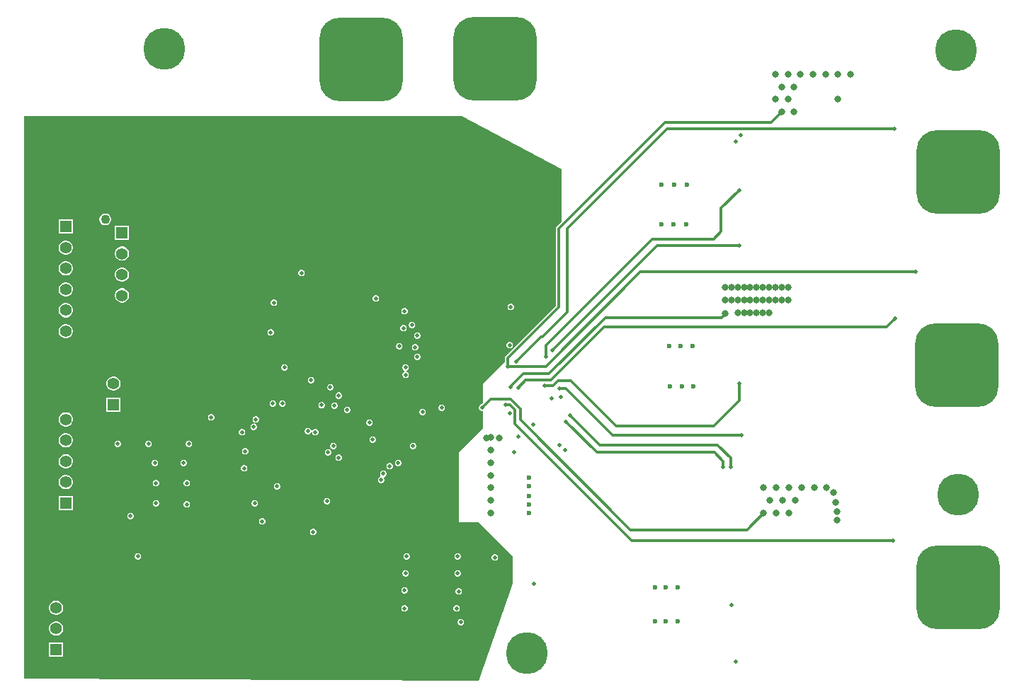
<source format=gbr>
%FSTAX23Y23*%
%MOIN*%
%SFA1B1*%

%IPPOS*%
%AMD100*
4,1,8,0.098400,0.196800,-0.098400,0.196800,-0.196800,0.098400,-0.196800,-0.098400,-0.098400,-0.196800,0.098400,-0.196800,0.196800,-0.098400,0.196800,0.098400,0.098400,0.196800,0.0*
1,1,0.196860,0.098400,0.098400*
1,1,0.196860,-0.098400,0.098400*
1,1,0.196860,-0.098400,-0.098400*
1,1,0.196860,0.098400,-0.098400*
%
%AMD101*
4,1,8,-0.196800,0.098400,-0.196800,-0.098400,-0.098400,-0.196800,0.098400,-0.196800,0.196800,-0.098400,0.196800,0.098400,0.098400,0.196800,-0.098400,0.196800,-0.196800,0.098400,0.0*
1,1,0.196860,-0.098400,0.098400*
1,1,0.196860,-0.098400,-0.098400*
1,1,0.196860,0.098400,-0.098400*
1,1,0.196860,0.098400,0.098400*
%
%ADD91R,0.055120X0.055120*%
%ADD92C,0.055120*%
%ADD93C,0.043310*%
%ADD98C,0.011810*%
%ADD99C,0.196850*%
G04~CAMADD=100~8~0.0~0.0~3937.0~3937.0~984.3~0.0~15~0.0~0.0~0.0~0.0~0~0.0~0.0~0.0~0.0~0~0.0~0.0~0.0~0.0~3937.0~3937.0*
%ADD100D100*%
G04~CAMADD=101~8~0.0~0.0~3937.0~3937.0~984.3~0.0~15~0.0~0.0~0.0~0.0~0~0.0~0.0~0.0~0.0~0~0.0~0.0~0.0~90.0~3936.0~3936.0*
%ADD101D101*%
%ADD102C,0.019680*%
%ADD103C,0.023620*%
%ADD104C,0.031500*%
%LNpcb_copper_signal_1-1*%
%LPD*%
G36*
X05702Y0317D02*
X05701Y03169D01*
X05699Y03169*
X05698Y03168*
X05697Y03168*
X05695Y03167*
X05694Y03167*
X05693Y03166*
X05692Y03165*
X05691Y03164*
X0569Y03163*
X0568Y0317*
X05681Y03171*
X05682Y03172*
X05682Y03173*
X05683Y03174*
X05684Y03176*
X05684Y03177*
X05684Y03178*
X05684Y0318*
X05684Y03181*
X05684Y03182*
X05702Y0317*
G37*
G36*
X04898Y03015D02*
X04898Y03014D01*
X04895Y03012*
X04895Y03011*
X04895Y03011*
X04895Y0301*
X04894Y0301*
X04894Y0301*
X04885Y03019*
X04885Y03019*
X04885Y0302*
X04886Y0302*
X04886Y0302*
X04887Y0302*
X04888Y03021*
X04889Y03023*
X0489Y03023*
X04898Y03015*
G37*
G36*
X0486Y02992D02*
X04861Y02989D01*
X04861Y02988*
X04861Y02988*
X04861Y02987*
X04861Y02987*
X04861Y02987*
X04848*
X04848Y02987*
X04848Y02987*
X04848Y02988*
X04848Y02988*
X04848Y02989*
X04849Y0299*
X04849Y02992*
X04849Y02993*
X0486*
X0486Y02992*
G37*
G36*
X04857Y02851D02*
X04857Y02851D01*
X04858Y02851*
X04858Y02851*
X04859Y02851*
X0486Y0285*
X04862Y0285*
X04863Y0285*
Y02839*
X04862Y02839*
X04859Y02838*
X04858Y02838*
X04858Y02838*
X04857Y02838*
X04857Y02838*
X04857Y02838*
Y02851*
X04857Y02851*
G37*
G36*
X04927Y02836D02*
X04927Y02836D01*
X04928Y02836*
X04928Y02836*
X04929Y02836*
X0493Y02835*
X04932Y02835*
X04933Y02835*
Y02824*
X04932Y02824*
X04929Y02823*
X04928Y02823*
X04928Y02823*
X04927Y02823*
X04927Y02823*
X04927Y02823*
Y02836*
X04927Y02836*
G37*
G36*
X04568Y02745D02*
X04568Y02744D01*
X04565Y02742*
X04565Y02741*
X04565Y02741*
X04565Y0274*
X04564Y0274*
X04564Y0274*
X04555Y02749*
X04555Y02749*
X04555Y0275*
X04556Y0275*
X04556Y0275*
X04557Y0275*
X04558Y02751*
X04559Y02753*
X0456Y02753*
X04568Y02745*
G37*
G36*
X04979Y02704D02*
X04979Y02703D01*
X0498Y02703*
X0498Y02702*
X0498Y02702*
X04981Y02701*
X04982Y027*
X04983Y02698*
X04974Y02691*
X04974Y02691*
X0497Y02694*
X0497Y02694*
X0497Y02694*
X04969Y02695*
X04969Y02695*
X04979Y02704*
X04979Y02704*
G37*
G36*
X04958Y02675D02*
X04958Y02675D01*
X04958Y02674*
X04958Y02674*
X04959Y02673*
X0496Y02672*
X04962Y0267*
X04954Y02661*
X04953Y02662*
X0495Y02664*
X0495Y02664*
X04949Y02665*
X04949Y02665*
X04949Y02665*
X04948Y02665*
X04958Y02675*
X04958Y02675*
G37*
G36*
X05695Y02472D02*
X05696Y02469D01*
X05696Y02468*
X05696Y02468*
X05696Y02467*
X05696Y02467*
X05696Y02467*
X05683*
X05683Y02467*
X05683Y02467*
X05683Y02468*
X05683Y02468*
X05683Y02469*
X05684Y0247*
X05684Y02472*
X05684Y02473*
X05695*
X05695Y02472*
G37*
G36*
X0493Y03865D02*
Y03617D01*
X04906Y03593*
X04903Y03589*
X04902Y03585*
Y03219*
X04666Y02983*
X04663Y02979*
X04662Y02975*
Y02957*
X0456Y02855*
Y02762*
X04559Y02761*
X04559Y02761*
X04557Y02761*
X04557Y02761*
X04557*
X04556Y0276*
X04554Y02759*
X04554Y02758*
X04553Y02757*
X04552Y02757*
X04552Y02757*
X04551Y02756*
X04551Y02756*
X0455Y02756*
X04549Y02755*
X04549Y02755*
X04548Y02754*
X04548Y02754*
X04546Y02753*
X04541Y02748*
X04539Y02743*
Y02736*
X04541Y02731*
X04546Y02726*
X04551Y02724*
X04558*
X0456Y02723*
Y02645*
X04445Y0253*
Y022*
X0454*
X047Y0204*
Y0191*
X0454Y01455*
X024Y01465*
Y01565*
Y04115*
X04459*
X0493Y03865*
G37*
G36*
X05859Y02231D02*
X0586Y02232D01*
X05861Y02233*
X05862Y02234*
X05863Y02235*
X05863Y02237*
X05864Y02238*
X05864Y02239*
X05865Y02241*
X05865Y02242*
X05865Y02243*
X0588Y02228*
X05879Y02228*
X05878Y02228*
X05876Y02227*
X05875Y02227*
X05874Y02227*
X05872Y02226*
X05871Y02225*
X0587Y02224*
X05869Y02223*
X05868Y02222*
X05859Y02231*
G37*
G36*
X05731Y02473D02*
X05731Y02472D01*
X05731Y02469*
X05731Y02468*
X05731Y02468*
X05731Y02467*
X05732Y02467*
X05732Y02467*
X05718*
X05718Y02467*
X05718Y02467*
X05719Y02468*
X05719Y02468*
X05719Y02469*
X05719Y0247*
X05719Y02472*
X05719Y02473*
X05731*
G37*
G36*
X06476Y0212D02*
X06477Y0212D01*
X0648Y02121*
X06481Y02121*
X06481Y02121*
X06482Y02121*
X06482Y02121*
X06482Y02121*
Y02108*
X06482Y02108*
X06482Y02108*
X06481Y02108*
X06481Y02108*
X0648Y02108*
X06479Y02109*
X06477Y02109*
X06476Y02109*
Y0212*
G37*
G36*
X05761Y02615D02*
X05762Y02615D01*
X05765Y02616*
X05766Y02616*
X05766Y02616*
X05767Y02616*
X05767Y02616*
X05767Y02616*
Y02603*
X05767Y02603*
X05767Y02603*
X05766Y02603*
X05766Y02603*
X05765Y02603*
X05764Y02604*
X05762Y02604*
X05761Y02604*
Y02615*
G37*
G36*
X05759Y02841D02*
X05759Y02842D01*
X05758Y02845*
X05758Y02846*
X05758Y02846*
X05758Y02847*
X05758Y02847*
X05758Y02847*
X05771*
X05771Y02847*
X05771Y02847*
X05771Y02846*
X05771Y02846*
X05771Y02845*
X0577Y02844*
X0577Y02842*
X0577Y02841*
X05759*
G37*
G36*
X06486Y03154D02*
X06486Y03155D01*
X06489Y03157*
X06489Y03158*
X06489Y03158*
X0649Y03159*
X0649Y03159*
X0649Y03159*
X06499Y0315*
X06499Y0315*
X06499Y0315*
X06498Y03149*
X06498Y03149*
X06497Y03149*
X06496Y03148*
X06495Y03146*
X06494Y03146*
X06486Y03154*
G37*
G36*
X05751Y0351D02*
X05752Y0351D01*
X05755Y03511*
X05756Y03511*
X05756Y03511*
X05757Y03511*
X05757Y03511*
X05757Y03511*
Y03498*
X05757Y03498*
X05757Y03498*
X05756Y03498*
X05756Y03498*
X05755Y03498*
X05754Y03499*
X05752Y03499*
X05751Y03499*
Y0351*
G37*
G36*
X05751Y03759D02*
X05751Y0376D01*
X05754Y03762*
X05754Y03763*
X05754Y03763*
X05755Y03764*
X05755Y03764*
X05755Y03764*
X05764Y03755*
X05764Y03755*
X05764Y03755*
X05763Y03754*
X05763Y03754*
X05762Y03754*
X05761Y03753*
X0576Y03751*
X05759Y03751*
X05751Y03759*
G37*
G36*
X05943Y04121D02*
X05944Y04122D01*
X05945Y04123*
X05946Y04124*
X05946Y04125*
X05947Y04126*
X05947Y04128*
X05948Y04129*
X05948Y0413*
X05948Y04132*
X05948Y04133*
X05964Y04118*
X05962Y04118*
X05961Y04117*
X0596Y04117*
X05958Y04117*
X05957Y04116*
X05956Y04116*
X05955Y04115*
X05954Y04114*
X05952Y04113*
X05951Y04112*
X05943Y04121*
G37*
G36*
X06581Y03385D02*
X06582Y03385D01*
X06585Y03386*
X06586Y03386*
X06586Y03386*
X06587Y03386*
X06587Y03386*
X06587Y03386*
Y03373*
X06587Y03373*
X06587Y03373*
X06586Y03373*
X06586Y03373*
X06585Y03373*
X06584Y03374*
X06582Y03374*
X06581Y03374*
Y03385*
G37*
G36*
X06481Y0406D02*
X06482Y0406D01*
X06485Y04061*
X06486Y04061*
X06486Y04061*
X06487Y04061*
X06487Y04061*
X06487Y04061*
Y04048*
X06487Y04048*
X06487Y04048*
X06486Y04048*
X06486Y04048*
X06485Y04048*
X06484Y04049*
X06482Y04049*
X06481Y04049*
Y0406*
G37*
%LNpcb_copper_signal_1-2*%
%LPC*%
G36*
X02784Y03654D02*
X02777D01*
X0277Y03652*
X02764Y03649*
X02759Y03644*
X02755Y03637*
X02753Y0363*
Y03623*
X02755Y03616*
X02759Y0361*
X02764Y03605*
X0277Y03601*
X02777Y03599*
X02784*
X02791Y03601*
X02798Y03605*
X02803Y0361*
X02806Y03616*
X02808Y03623*
Y0363*
X02806Y03637*
X02803Y03644*
X02798Y03649*
X02791Y03652*
X02784Y03654*
G37*
G36*
X02628Y03626D02*
X02561D01*
Y03559*
X02628*
Y03626*
G37*
G36*
X02893Y03597D02*
X02826D01*
Y0353*
X02893*
Y03597*
G37*
G36*
X02599Y03527D02*
X0259D01*
X02582Y03525*
X02574Y03521*
X02568Y03515*
X02563Y03507*
X02561Y03498*
Y0349*
X02563Y03481*
X02568Y03473*
X02574Y03467*
X02582Y03463*
X0259Y03461*
X02599*
X02607Y03463*
X02615Y03467*
X02621Y03473*
X02626Y03481*
X02628Y0349*
Y03498*
X02626Y03507*
X02621Y03515*
X02615Y03521*
X02607Y03525*
X02599Y03527*
G37*
G36*
X02864Y03499D02*
X02855D01*
X02847Y03496*
X02839Y03492*
X02833Y03486*
X02828Y03478*
X02826Y0347*
Y03461*
X02828Y03452*
X02833Y03445*
X02839Y03439*
X02847Y03434*
X02855Y03432*
X02864*
X02872Y03434*
X0288Y03439*
X02886Y03445*
X02891Y03452*
X02893Y03461*
Y0347*
X02891Y03478*
X02886Y03486*
X0288Y03492*
X02872Y03496*
X02864Y03499*
G37*
G36*
X02599Y03429D02*
X0259D01*
X02582Y03427*
X02574Y03422*
X02568Y03416*
X02563Y03409*
X02561Y034*
Y03391*
X02563Y03383*
X02568Y03375*
X02574Y03369*
X02582Y03364*
X0259Y03362*
X02599*
X02607Y03364*
X02615Y03369*
X02621Y03375*
X02626Y03383*
X02628Y03391*
Y034*
X02626Y03409*
X02621Y03416*
X02615Y03422*
X02607Y03427*
X02599Y03429*
G37*
G36*
X03708Y0339D02*
X03701D01*
X03696Y03388*
X03691Y03383*
X03689Y03378*
Y03371*
X03691Y03366*
X03696Y03361*
X03701Y03359*
X03708*
X03713Y03361*
X03718Y03366*
X0372Y03371*
Y03378*
X03718Y03383*
X03713Y03388*
X03708Y0339*
G37*
G36*
X02864Y034D02*
X02855D01*
X02847Y03398*
X02839Y03394*
X02833Y03387*
X02828Y0338*
X02826Y03371*
Y03362*
X02828Y03354*
X02833Y03346*
X02839Y0334*
X02847Y03336*
X02855Y03333*
X02864*
X02872Y03336*
X0288Y0334*
X02886Y03346*
X02891Y03354*
X02893Y03362*
Y03371*
X02891Y0338*
X02886Y03387*
X0288Y03394*
X02872Y03398*
X02864Y034*
G37*
G36*
X02599Y03331D02*
X0259D01*
X02582Y03328*
X02574Y03324*
X02568Y03318*
X02563Y0331*
X02561Y03302*
Y03293*
X02563Y03284*
X02568Y03277*
X02574Y0327*
X02582Y03266*
X0259Y03264*
X02599*
X02607Y03266*
X02615Y0327*
X02621Y03277*
X02626Y03284*
X02628Y03293*
Y03302*
X02626Y0331*
X02621Y03318*
X02615Y03324*
X02607Y03328*
X02599Y03331*
G37*
G36*
X04058Y0327D02*
X04051D01*
X04046Y03268*
X04041Y03263*
X04039Y03258*
Y03251*
X04041Y03246*
X04046Y03241*
X04051Y03239*
X04058*
X04063Y03241*
X04068Y03246*
X0407Y03251*
Y03258*
X04068Y03263*
X04063Y03268*
X04058Y0327*
G37*
G36*
X02864Y03302D02*
X02855D01*
X02847Y033*
X02839Y03295*
X02833Y03289*
X02828Y03281*
X02826Y03273*
Y03264*
X02828Y03256*
X02833Y03248*
X02839Y03242*
X02847Y03237*
X02855Y03235*
X02864*
X02872Y03237*
X0288Y03242*
X02886Y03248*
X02891Y03256*
X02893Y03264*
Y03273*
X02891Y03281*
X02886Y03289*
X0288Y03295*
X02872Y033*
X02864Y03302*
G37*
G36*
X03578Y0325D02*
X03571D01*
X03566Y03248*
X03561Y03243*
X03559Y03238*
Y03231*
X03561Y03226*
X03566Y03221*
X03571Y03219*
X03578*
X03583Y03221*
X03588Y03226*
X0359Y03231*
Y03238*
X03588Y03243*
X03583Y03248*
X03578Y0325*
G37*
G36*
X04693Y0323D02*
X04686D01*
X04681Y03228*
X04676Y03223*
X04674Y03218*
Y03211*
X04676Y03206*
X04681Y03201*
X04686Y03199*
X04693*
X04698Y03201*
X04703Y03206*
X04705Y03211*
Y03218*
X04703Y03223*
X04698Y03228*
X04693Y0323*
G37*
G36*
X04193Y0321D02*
X04186D01*
X04181Y03208*
X04176Y03203*
X04174Y03198*
Y03191*
X04176Y03186*
X04181Y03181*
X04186Y03179*
X04193*
X04198Y03181*
X04203Y03186*
X04205Y03191*
Y03198*
X04203Y03203*
X04198Y03208*
X04193Y0321*
G37*
G36*
X02599Y03232D02*
X0259D01*
X02582Y0323*
X02574Y03226*
X02568Y03219*
X02563Y03212*
X02561Y03203*
Y03194*
X02563Y03186*
X02568Y03178*
X02574Y03172*
X02582Y03168*
X0259Y03165*
X02599*
X02607Y03168*
X02615Y03172*
X02621Y03178*
X02626Y03186*
X02628Y03194*
Y03203*
X02626Y03212*
X02621Y03219*
X02615Y03226*
X02607Y0323*
X02599Y03232*
G37*
G36*
X04228Y03145D02*
X04221D01*
X04216Y03143*
X04211Y03138*
X04209Y03133*
Y03126*
X04211Y03121*
X04216Y03116*
X04221Y03114*
X04228*
X04233Y03116*
X04238Y03121*
X0424Y03126*
Y03133*
X04238Y03138*
X04233Y03143*
X04228Y03145*
G37*
G36*
X04188Y0313D02*
X04181D01*
X04176Y03128*
X04171Y03123*
X04169Y03118*
Y03111*
X04171Y03106*
X04176Y03101*
X04181Y03099*
X04188*
X04193Y03101*
X04198Y03106*
X042Y03111*
Y03118*
X04198Y03123*
X04193Y03128*
X04188Y0313*
G37*
G36*
X03563Y0311D02*
X03556D01*
X03551Y03108*
X03546Y03103*
X03544Y03098*
Y03091*
X03546Y03086*
X03551Y03081*
X03556Y03079*
X03563*
X03568Y03081*
X03573Y03086*
X03575Y03091*
Y03098*
X03573Y03103*
X03568Y03108*
X03563Y0311*
G37*
G36*
X02599Y03134D02*
X0259D01*
X02582Y03131*
X02574Y03127*
X02568Y03121*
X02563Y03113*
X02561Y03105*
Y03096*
X02563Y03087*
X02568Y0308*
X02574Y03074*
X02582Y03069*
X0259Y03067*
X02599*
X02607Y03069*
X02615Y03074*
X02621Y0308*
X02626Y03087*
X02628Y03096*
Y03105*
X02626Y03113*
X02621Y03121*
X02615Y03127*
X02607Y03131*
X02599Y03134*
G37*
G36*
X04253Y03095D02*
X04246D01*
X04241Y03093*
X04236Y03088*
X04234Y03083*
Y03076*
X04236Y03071*
X04241Y03066*
X04246Y03064*
X04253*
X04258Y03066*
X04263Y03071*
X04265Y03076*
Y03083*
X04263Y03088*
X04258Y03093*
X04253Y03095*
G37*
G36*
X04688Y0305D02*
X04681D01*
X04676Y03048*
X04671Y03043*
X04669Y03038*
Y03031*
X04671Y03026*
X04676Y03021*
X04681Y03019*
X04688*
X04693Y03021*
X04698Y03026*
X047Y03031*
Y03038*
X04698Y03043*
X04693Y03048*
X04688Y0305*
G37*
G36*
X04168Y03045D02*
X04161D01*
X04156Y03043*
X04151Y03038*
X04149Y03033*
Y03026*
X04151Y03021*
X04156Y03016*
X04161Y03014*
X04168*
X04173Y03016*
X04178Y03021*
X0418Y03026*
Y03033*
X04178Y03038*
X04173Y03043*
X04168Y03045*
G37*
G36*
X04243Y0304D02*
X04236D01*
X04231Y03038*
X04226Y03033*
X04224Y03028*
Y03021*
X04226Y03016*
X04231Y03011*
X04236Y03009*
X04243*
X04248Y03011*
X04253Y03016*
X04255Y03021*
Y03028*
X04253Y03033*
X04248Y03038*
X04243Y0304*
G37*
G36*
X04253Y02995D02*
X04246D01*
X04241Y02993*
X04236Y02988*
X04234Y02983*
Y02976*
X04236Y02971*
X04241Y02966*
X04246Y02964*
X04253*
X04258Y02966*
X04263Y02971*
X04265Y02976*
Y02983*
X04263Y02988*
X04258Y02993*
X04253Y02995*
G37*
G36*
X03628Y02945D02*
X03621D01*
X03616Y02943*
X03611Y02938*
X03609Y02933*
Y02926*
X03611Y02921*
X03616Y02916*
X03621Y02914*
X03628*
X03633Y02916*
X03638Y02921*
X0364Y02926*
Y02933*
X03638Y02938*
X03633Y02943*
X03628Y02945*
G37*
G36*
X04198D02*
X04191D01*
X04186Y02943*
X04181Y02938*
X04179Y02933*
Y02926*
X04181Y02921*
X04186Y02916*
X04189Y02915*
Y02909*
X04186Y02908*
X04181Y02904*
X04179Y02898*
Y02892*
X04181Y02886*
X04186Y02881*
X04191Y02879*
X04198*
X04203Y02881*
X04208Y02886*
X0421Y02892*
Y02898*
X04208Y02904*
X04203Y02908*
X042Y02909*
Y02915*
X04203Y02916*
X04208Y02921*
X0421Y02926*
Y02933*
X04208Y02938*
X04203Y02943*
X04198Y02945*
G37*
G36*
X03753Y02885D02*
X03746D01*
X03741Y02883*
X03736Y02878*
X03734Y02873*
Y02866*
X03736Y02861*
X03741Y02856*
X03746Y02854*
X03753*
X03758Y02856*
X03763Y02861*
X03765Y02866*
Y02873*
X03763Y02878*
X03758Y02883*
X03753Y02885*
G37*
G36*
X03843Y02851D02*
X03837D01*
X03831Y02849*
X03827Y02845*
X03824Y02839*
Y02832*
X03827Y02827*
X03831Y02822*
X03837Y0282*
X03843*
X03849Y02822*
X03853Y02827*
X03856Y02832*
Y02839*
X03853Y02845*
X03849Y02849*
X03843Y02851*
G37*
G36*
X02824Y02886D02*
X02815D01*
X02807Y02884*
X02799Y0288*
X02793Y02873*
X02788Y02866*
X02786Y02857*
Y02849*
X02788Y0284*
X02793Y02832*
X02799Y02826*
X02807Y02822*
X02815Y02819*
X02824*
X02832Y02822*
X0284Y02826*
X02846Y02832*
X02851Y0284*
X02853Y02849*
Y02857*
X02851Y02866*
X02846Y02873*
X0284Y0288*
X02832Y02884*
X02824Y02886*
G37*
G36*
X03883Y02812D02*
X03876D01*
X03871Y0281*
X03866Y02805*
X03864Y02799*
Y02793*
X03866Y02787*
X03871Y02783*
X03876Y0278*
X03883*
X03888Y02783*
X03893Y02787*
X03895Y02793*
Y02799*
X03893Y02805*
X03888Y0281*
X03883Y02812*
G37*
G36*
X03618Y02775D02*
X03611D01*
X03606Y02773*
X03601Y02768*
X03599Y02763*
Y02756*
X03601Y02751*
X03606Y02746*
X03611Y02744*
X03618*
X03623Y02746*
X03628Y02751*
X0363Y02756*
Y02763*
X03628Y02768*
X03623Y02773*
X03618Y02775*
G37*
G36*
X03573D02*
X03566D01*
X03561Y02773*
X03556Y02768*
X03554Y02763*
Y02756*
X03556Y02751*
X03561Y02746*
X03566Y02744*
X03573*
X03578Y02746*
X03583Y02751*
X03585Y02756*
Y02763*
X03583Y02768*
X03578Y02773*
X03573Y02775*
G37*
G36*
X03803Y02768D02*
X03796D01*
X03791Y02765*
X03786Y02761*
X03784Y02755*
Y02749*
X03786Y02743*
X03791Y02738*
X03796Y02736*
X03803*
X03808Y02738*
X03813Y02743*
X03815Y02749*
Y02755*
X03813Y02761*
X03808Y02765*
X03803Y02768*
G37*
G36*
X03863Y02765D02*
X03856D01*
X03851Y02763*
X03846Y02758*
X03844Y02753*
Y02746*
X03846Y02741*
X03851Y02736*
X03856Y02734*
X03863*
X03868Y02736*
X03873Y02741*
X03875Y02746*
Y02753*
X03873Y02758*
X03868Y02763*
X03863Y02765*
G37*
G36*
X04368Y02755D02*
X04361D01*
X04356Y02753*
X04351Y02748*
X04349Y02743*
Y02736*
X04351Y02731*
X04356Y02726*
X04361Y02724*
X04368*
X04373Y02726*
X04378Y02731*
X0438Y02736*
Y02743*
X04378Y02748*
X04373Y02753*
X04368Y02755*
G37*
G36*
X02853Y02788D02*
X02786D01*
Y02721*
X02853*
Y02788*
G37*
G36*
X03923Y02745D02*
X03916D01*
X03911Y02743*
X03906Y02738*
X03904Y02733*
Y02726*
X03906Y02721*
X03911Y02716*
X03916Y02714*
X03923*
X03928Y02716*
X03933Y02721*
X03935Y02726*
Y02733*
X03933Y02738*
X03928Y02743*
X03923Y02745*
G37*
G36*
X04278Y02735D02*
X04271D01*
X04266Y02733*
X04261Y02728*
X04259Y02723*
Y02716*
X04261Y02711*
X04266Y02706*
X04271Y02704*
X04278*
X04283Y02706*
X04288Y02711*
X0429Y02716*
Y02723*
X04288Y02728*
X04283Y02733*
X04278Y02735*
G37*
G36*
X03283Y0271D02*
X03276D01*
X03271Y02708*
X03266Y02703*
X03264Y02698*
Y02691*
X03266Y02686*
X03271Y02681*
X03276Y02679*
X03283*
X03288Y02681*
X03293Y02686*
X03295Y02691*
Y02698*
X03293Y02703*
X03288Y02708*
X03283Y0271*
G37*
G36*
X04028Y02685D02*
X04021D01*
X04016Y02683*
X04011Y02678*
X04009Y02673*
Y02666*
X04011Y02661*
X04016Y02656*
X04021Y02654*
X04028*
X04033Y02656*
X04038Y02661*
X0404Y02666*
Y02673*
X04038Y02678*
X04033Y02683*
X04028Y02685*
G37*
G36*
X02599Y02718D02*
X0259D01*
X02582Y02716*
X02574Y02712*
X02568Y02705*
X02563Y02698*
X02561Y02689*
Y0268*
X02563Y02672*
X02568Y02664*
X02574Y02658*
X02582Y02654*
X0259Y02651*
X02599*
X02607Y02654*
X02615Y02658*
X02621Y02664*
X02626Y02672*
X02628Y0268*
Y02689*
X02626Y02698*
X02621Y02705*
X02615Y02712*
X02607Y02716*
X02599Y02718*
G37*
G36*
X03493Y027D02*
X03486D01*
X03481Y02698*
X03476Y02693*
X03474Y02688*
Y02681*
X03476Y02676*
X03481Y02671*
X03484Y0267*
X03483Y02665*
X0348*
X03476*
X03471Y02663*
X03466Y02658*
X03464Y02653*
Y02646*
X03466Y02641*
X03471Y02636*
X03476Y02634*
X03483*
X03488Y02636*
X03493Y02641*
X03495Y02646*
Y02653*
X03493Y02658*
X03488Y02663*
X03485Y02664*
X03486Y02669*
X03489*
X03493*
X03498Y02671*
X03503Y02676*
X03505Y02681*
Y02688*
X03503Y02693*
X03498Y02698*
X03493Y027*
G37*
G36*
X03738Y02645D02*
X03731D01*
X03726Y02643*
X03721Y02638*
X03719Y02633*
Y02626*
X03721Y02621*
X03726Y02616*
X03731Y02614*
X03738*
X03743Y02616*
X03748Y02621*
X03749Y02623*
X03754Y02622*
Y02621*
X03756Y02616*
X03761Y02611*
X03766Y02609*
X03773*
X03778Y02611*
X03783Y02616*
X03785Y02621*
Y02628*
X03783Y02633*
X03778Y02638*
X03773Y0264*
X03766*
X03761Y02638*
X03756Y02633*
X03755Y02631*
X0375Y02632*
Y02633*
X03748Y02638*
X03743Y02643*
X03738Y02645*
G37*
G36*
X03428Y0264D02*
X03421D01*
X03416Y02638*
X03411Y02633*
X03409Y02628*
Y02621*
X03411Y02616*
X03416Y02611*
X03421Y02609*
X03428*
X03433Y02611*
X03438Y02616*
X0344Y02621*
Y02628*
X03438Y02633*
X03433Y02638*
X03428Y0264*
G37*
G36*
X04043Y02605D02*
X04036D01*
X04031Y02603*
X04026Y02598*
X04024Y02593*
Y02586*
X04026Y02581*
X04031Y02576*
X04036Y02574*
X04043*
X04048Y02576*
X04053Y02581*
X04055Y02586*
Y02593*
X04053Y02598*
X04048Y02603*
X04043Y02605*
G37*
G36*
X03178Y02585D02*
X03171D01*
X03166Y02583*
X03161Y02578*
X03159Y02573*
Y02566*
X03161Y02561*
X03166Y02556*
X03171Y02554*
X03178*
X03183Y02556*
X03188Y02561*
X0319Y02566*
Y02573*
X03188Y02578*
X03183Y02583*
X03178Y02585*
G37*
G36*
X02988D02*
X02981D01*
X02976Y02583*
X02971Y02578*
X02969Y02573*
Y02566*
X02971Y02561*
X02976Y02556*
X02981Y02554*
X02988*
X02993Y02556*
X02998Y02561*
X03Y02566*
Y02573*
X02998Y02578*
X02993Y02583*
X02988Y02585*
G37*
G36*
X02843D02*
X02836D01*
X02831Y02583*
X02826Y02578*
X02824Y02573*
Y02566*
X02826Y02561*
X02831Y02556*
X02836Y02554*
X02843*
X02848Y02556*
X02853Y02561*
X02855Y02566*
Y02573*
X02853Y02578*
X02848Y02583*
X02843Y02585*
G37*
G36*
X02599Y0262D02*
X0259D01*
X02582Y02618*
X02574Y02613*
X02568Y02607*
X02563Y02599*
X02561Y02591*
Y02582*
X02563Y02573*
X02568Y02566*
X02574Y0256*
X02582Y02555*
X0259Y02553*
X02599*
X02607Y02555*
X02615Y0256*
X02621Y02566*
X02626Y02573*
X02628Y02582*
Y02591*
X02626Y02599*
X02621Y02607*
X02615Y02613*
X02607Y02618*
X02599Y0262*
G37*
G36*
X04233Y02575D02*
X04226D01*
X04221Y02573*
X04216Y02568*
X04214Y02563*
Y02556*
X04216Y02551*
X04221Y02546*
X04226Y02544*
X04233*
X04238Y02546*
X04243Y02551*
X04245Y02556*
Y02563*
X04243Y02568*
X04238Y02573*
X04233Y02575*
G37*
G36*
X03858D02*
X03851D01*
X03846Y02573*
X03841Y02568*
X03839Y02563*
Y02556*
X03841Y02551*
X03846Y02546*
X03851Y02544*
X03858*
X03863Y02546*
X03868Y02551*
X0387Y02556*
Y02563*
X03868Y02568*
X03863Y02573*
X03858Y02575*
G37*
G36*
X03443Y0255D02*
X03436D01*
X03431Y02548*
X03426Y02543*
X03424Y02538*
Y02531*
X03426Y02526*
X03431Y02521*
X03436Y02519*
X03443*
X03448Y02521*
X03453Y02526*
X03455Y02531*
Y02538*
X03453Y02543*
X03448Y02548*
X03443Y0255*
G37*
G36*
X03833Y02545D02*
X03826D01*
X03821Y02543*
X03816Y02538*
X03814Y02533*
Y02526*
X03816Y02521*
X03821Y02516*
X03826Y02514*
X03833*
X03838Y02516*
X03843Y02521*
X03845Y02526*
Y02533*
X03843Y02538*
X03838Y02543*
X03833Y02545*
G37*
G36*
X03883Y0252D02*
X03876D01*
X03871Y02518*
X03866Y02513*
X03864Y02508*
Y02501*
X03866Y02496*
X03871Y02491*
X03876Y02489*
X03883*
X03888Y02491*
X03893Y02496*
X03895Y02501*
Y02508*
X03893Y02513*
X03888Y02518*
X03883Y0252*
G37*
G36*
X04163Y02495D02*
X04156D01*
X04151Y02493*
X04146Y02488*
X04144Y02483*
Y02476*
X04146Y02471*
X04151Y02466*
X04156Y02464*
X04163*
X04168Y02466*
X04173Y02471*
X04175Y02476*
Y02483*
X04173Y02488*
X04168Y02493*
X04163Y02495*
G37*
G36*
X03153D02*
X03146D01*
X03141Y02493*
X03136Y02488*
X03134Y02483*
Y02476*
X03136Y02471*
X03141Y02466*
X03146Y02464*
X03153*
X03158Y02466*
X03163Y02471*
X03165Y02476*
Y02483*
X03163Y02488*
X03158Y02493*
X03153Y02495*
G37*
G36*
X03018D02*
X03011D01*
X03006Y02493*
X03001Y02488*
X02999Y02483*
Y02476*
X03001Y02471*
X03006Y02466*
X03011Y02464*
X03018*
X03023Y02466*
X03028Y02471*
X0303Y02476*
Y02483*
X03028Y02488*
X03023Y02493*
X03018Y02495*
G37*
G36*
X02599Y02521D02*
X0259D01*
X02582Y02519*
X02574Y02515*
X02568Y02508*
X02563Y02501*
X02561Y02492*
Y02484*
X02563Y02475*
X02568Y02467*
X02574Y02461*
X02582Y02457*
X0259Y02454*
X02599*
X02607Y02457*
X02615Y02461*
X02621Y02467*
X02626Y02475*
X02628Y02484*
Y02492*
X02626Y02501*
X02621Y02508*
X02615Y02515*
X02607Y02519*
X02599Y02521*
G37*
G36*
X04123Y0248D02*
X04116D01*
X04111Y02478*
X04106Y02473*
X04104Y02468*
Y02461*
X04106Y02456*
X04111Y02451*
X04116Y02449*
X04123*
X04128Y02451*
X04133Y02456*
X04135Y02461*
Y02468*
X04133Y02473*
X04128Y02478*
X04123Y0248*
G37*
G36*
X03438Y0247D02*
X03431D01*
X03426Y02468*
X03421Y02463*
X03419Y02458*
Y02451*
X03421Y02446*
X03426Y02441*
X03431Y02439*
X03438*
X03443Y02441*
X03448Y02446*
X0345Y02451*
Y02458*
X03448Y02463*
X03443Y02468*
X03438Y0247*
G37*
G36*
X04093Y02445D02*
X04086D01*
X04081Y02443*
X04076Y02438*
X04074Y02433*
Y02426*
X04076Y02421*
X04076Y0242*
X04076Y02419*
X04075Y02415*
X04071Y02413*
X04066Y02408*
X04064Y02403*
Y02396*
X04066Y02391*
X04071Y02386*
X04076Y02384*
X04083*
X04088Y02386*
X04093Y02391*
X04095Y02396*
Y02403*
X04093Y02408*
X04093Y02409*
X04093Y0241*
X04094Y02414*
X04098Y02416*
X04103Y02421*
X04105Y02426*
Y02433*
X04103Y02438*
X04098Y02443*
X04093Y02445*
G37*
G36*
X03168Y024D02*
X03161D01*
X03156Y02398*
X03151Y02393*
X03149Y02388*
Y02381*
X03151Y02376*
X03156Y02371*
X03161Y02369*
X03168*
X03173Y02371*
X03178Y02376*
X0318Y02381*
Y02388*
X03178Y02393*
X03173Y02398*
X03168Y024*
G37*
G36*
X03023D02*
X03016D01*
X03011Y02398*
X03006Y02393*
X03004Y02388*
Y02381*
X03006Y02376*
X03011Y02371*
X03016Y02369*
X03023*
X03028Y02371*
X03033Y02376*
X03035Y02381*
Y02388*
X03033Y02393*
X03028Y02398*
X03023Y024*
G37*
G36*
X02599Y02423D02*
X0259D01*
X02582Y02421*
X02574Y02416*
X02568Y0241*
X02563Y02402*
X02561Y02394*
Y02385*
X02563Y02377*
X02568Y02369*
X02574Y02363*
X02582Y02358*
X0259Y02356*
X02599*
X02607Y02358*
X02615Y02363*
X02621Y02369*
X02626Y02377*
X02628Y02385*
Y02394*
X02626Y02402*
X02621Y0241*
X02615Y02416*
X02607Y02421*
X02599Y02423*
G37*
G36*
X03593Y02385D02*
X03586D01*
X03581Y02383*
X03576Y02378*
X03574Y02373*
Y02366*
X03576Y02361*
X03581Y02356*
X03586Y02354*
X03593*
X03598Y02356*
X03603Y02361*
X03605Y02366*
Y02373*
X03603Y02378*
X03598Y02383*
X03593Y02385*
G37*
G36*
X03828Y02315D02*
X03821D01*
X03816Y02313*
X03811Y02308*
X03809Y02303*
Y02296*
X03811Y02291*
X03816Y02286*
X03821Y02284*
X03828*
X03833Y02286*
X03838Y02291*
X0384Y02296*
Y02303*
X03838Y02308*
X03833Y02313*
X03828Y02315*
G37*
G36*
X03488Y02305D02*
X03481D01*
X03476Y02303*
X03471Y02298*
X03469Y02293*
Y02286*
X03471Y02281*
X03476Y02276*
X03481Y02274*
X03488*
X03493Y02276*
X03498Y02281*
X035Y02286*
Y02293*
X03498Y02298*
X03493Y02303*
X03488Y02305*
G37*
G36*
X03023D02*
X03016D01*
X03011Y02303*
X03006Y02298*
X03004Y02293*
Y02286*
X03006Y02281*
X03011Y02276*
X03016Y02274*
X03023*
X03028Y02276*
X03033Y02281*
X03035Y02286*
Y02293*
X03033Y02298*
X03028Y02303*
X03023Y02305*
G37*
G36*
X03168Y023D02*
X03161D01*
X03156Y02298*
X03151Y02293*
X03149Y02288*
Y02281*
X03151Y02276*
X03156Y02271*
X03161Y02269*
X03168*
X03173Y02271*
X03178Y02276*
X0318Y02281*
Y02288*
X03178Y02293*
X03173Y02298*
X03168Y023*
G37*
G36*
X02628Y02325D02*
X02561D01*
Y02258*
X02628*
Y02325*
G37*
G36*
X02903Y02245D02*
X02896D01*
X02891Y02243*
X02886Y02238*
X02884Y02233*
Y02226*
X02886Y02221*
X02891Y02216*
X02896Y02214*
X02903*
X02908Y02216*
X02913Y02221*
X02915Y02226*
Y02233*
X02913Y02238*
X02908Y02243*
X02903Y02245*
G37*
G36*
X03523Y0222D02*
X03516D01*
X03511Y02218*
X03506Y02213*
X03504Y02208*
Y02201*
X03506Y02196*
X03511Y02191*
X03516Y02189*
X03523*
X03528Y02191*
X03533Y02196*
X03535Y02201*
Y02208*
X03533Y02213*
X03528Y02218*
X03523Y0222*
G37*
G36*
X03763Y0217D02*
X03756D01*
X03751Y02168*
X03746Y02163*
X03744Y02158*
Y02151*
X03746Y02146*
X03751Y02141*
X03756Y02139*
X03763*
X03768Y02141*
X03773Y02146*
X03775Y02151*
Y02158*
X03773Y02163*
X03768Y02168*
X03763Y0217*
G37*
G36*
X04443Y02055D02*
X04436D01*
X04431Y02053*
X04426Y02048*
X04424Y02043*
Y02036*
X04426Y02031*
X04431Y02026*
X04436Y02024*
X04443*
X04448Y02026*
X04453Y02031*
X04455Y02036*
Y02043*
X04453Y02048*
X04448Y02053*
X04443Y02055*
G37*
G36*
X04203D02*
X04196D01*
X04191Y02053*
X04186Y02048*
X04184Y02043*
Y02036*
X04186Y02031*
X04191Y02026*
X04196Y02024*
X04203*
X04208Y02026*
X04213Y02031*
X04215Y02036*
Y02043*
X04213Y02048*
X04208Y02053*
X04203Y02055*
G37*
G36*
X02938D02*
X02931D01*
X02926Y02053*
X02921Y02048*
X02919Y02043*
Y02036*
X02921Y02031*
X02926Y02026*
X02931Y02024*
X02938*
X02943Y02026*
X02948Y02031*
X0295Y02036*
Y02043*
X02948Y02048*
X02943Y02053*
X02938Y02055*
G37*
G36*
X04618Y0205D02*
X04611D01*
X04606Y02048*
X04601Y02043*
X04599Y02038*
Y02031*
X04601Y02026*
X04606Y02021*
X04611Y02019*
X04618*
X04623Y02021*
X04628Y02026*
X0463Y02031*
Y02038*
X04628Y02043*
X04623Y02048*
X04618Y0205*
G37*
G36*
X04443Y01975D02*
X04436D01*
X04431Y01973*
X04426Y01968*
X04424Y01963*
Y01956*
X04426Y01951*
X04431Y01946*
X04436Y01944*
X04443*
X04448Y01946*
X04453Y01951*
X04455Y01956*
Y01963*
X04453Y01968*
X04448Y01973*
X04443Y01975*
G37*
G36*
X04198D02*
X04191D01*
X04186Y01973*
X04181Y01968*
X04179Y01963*
Y01956*
X04181Y01951*
X04186Y01946*
X04191Y01944*
X04198*
X04203Y01946*
X04208Y01951*
X0421Y01956*
Y01963*
X04208Y01968*
X04203Y01973*
X04198Y01975*
G37*
G36*
X04193Y01895D02*
X04186D01*
X04181Y01893*
X04176Y01888*
X04174Y01883*
Y01876*
X04176Y01871*
X04181Y01866*
X04186Y01864*
X04193*
X04198Y01866*
X04203Y01871*
X04205Y01876*
Y01883*
X04203Y01888*
X04198Y01893*
X04193Y01895*
G37*
G36*
X04448Y0189D02*
X04441D01*
X04436Y01888*
X04431Y01883*
X04429Y01878*
Y01871*
X04431Y01866*
X04436Y01861*
X04441Y01859*
X04448*
X04453Y01861*
X04458Y01866*
X0446Y01871*
Y01878*
X04458Y01883*
X04453Y01888*
X04448Y0189*
G37*
G36*
X04438Y0181D02*
X04431D01*
X04426Y01808*
X04421Y01803*
X04419Y01798*
Y01791*
X04421Y01786*
X04426Y01781*
X04431Y01779*
X04438*
X04443Y01781*
X04448Y01786*
X0445Y01791*
Y01798*
X04448Y01803*
X04443Y01808*
X04438Y0181*
G37*
G36*
X04193D02*
X04186D01*
X04181Y01808*
X04176Y01803*
X04174Y01798*
Y01791*
X04176Y01786*
X04181Y01781*
X04186Y01779*
X04193*
X04198Y01781*
X04203Y01786*
X04205Y01791*
Y01798*
X04203Y01803*
X04198Y01808*
X04193Y0181*
G37*
G36*
X02554Y01831D02*
X02545D01*
X02537Y01829*
X02529Y01825*
X02523Y01818*
X02518Y01811*
X02516Y01802*
Y01794*
X02518Y01785*
X02523Y01777*
X02529Y01771*
X02537Y01767*
X02545Y01764*
X02554*
X02562Y01767*
X0257Y01771*
X02576Y01777*
X02581Y01785*
X02583Y01794*
Y01802*
X02581Y01811*
X02576Y01818*
X0257Y01825*
X02562Y01829*
X02554Y01831*
G37*
G36*
X04458Y01745D02*
X04451D01*
X04446Y01743*
X04441Y01738*
X04439Y01733*
Y01726*
X04441Y01721*
X04446Y01716*
X04451Y01714*
X04458*
X04463Y01716*
X04468Y01721*
X0447Y01726*
Y01733*
X04468Y01738*
X04463Y01743*
X04458Y01745*
G37*
G36*
X02554Y01733D02*
X02545D01*
X02537Y01731*
X02529Y01726*
X02523Y0172*
X02518Y01712*
X02516Y01704*
Y01695*
X02518Y01687*
X02523Y01679*
X02529Y01673*
X02537Y01668*
X02545Y01666*
X02554*
X02562Y01668*
X0257Y01673*
X02576Y01679*
X02581Y01687*
X02583Y01695*
Y01704*
X02581Y01712*
X02576Y0172*
X0257Y01726*
X02562Y01731*
X02554Y01733*
G37*
G36*
X02583Y01635D02*
X02516D01*
Y01568*
X02583*
Y01635*
G37*
%LNpcb_copper_signal_1-3*%
%LPD*%
G54D91*
X02595Y02291D03*
Y03592D03*
X0286Y03564D03*
X0282Y02755D03*
X0255Y01601D03*
G54D92*
X02595Y0239D03*
Y02488D03*
Y02586D03*
Y02685D03*
Y02783D03*
Y03494D03*
Y03396D03*
Y03297D03*
Y03199D03*
Y031D03*
Y03002D03*
X0286Y03465D03*
Y03367D03*
Y03268D03*
Y0317D03*
X0282Y02853D03*
Y02951D03*
X0255Y01896D03*
Y01798D03*
Y017D03*
G54D93*
X02781Y03627D03*
G54D98*
X04716Y02956D02*
X04833Y03073D01*
X04715Y02956D02*
X04716D01*
X04675Y02935D02*
X04855D01*
X053Y0338*
X04838Y03073D02*
X04955Y0319D01*
X04833Y03073D02*
X04838D01*
X04955Y0319D02*
Y03585D01*
X04675Y02975D02*
X04915Y03215D01*
X04675Y02934D02*
Y02975D01*
X0469Y02836D02*
Y02838D01*
X04693Y02842D02*
Y02843D01*
X0475Y029*
X0469Y02838D02*
X04693Y02842D01*
X04666Y02753D02*
X04686D01*
X0471Y02665D02*
Y0273D01*
X04686Y02753D02*
X0471Y0273D01*
X04687Y0278D02*
X04735Y02732D01*
Y02682D02*
Y02732D01*
X04595Y0278D02*
X04687D01*
X04725Y02835D02*
X0476Y0287D01*
X04725Y02835D02*
X04725D01*
X05094Y02529D02*
X05648D01*
X05662Y02565D02*
X05725Y02502D01*
X05109Y02565D02*
X05662D01*
X05725Y0246D02*
Y02502D01*
X04948Y02675D02*
X05094Y02529D01*
X04948Y02675D02*
X04948D01*
X05648Y02529D02*
X0569Y02487D01*
Y0246D02*
Y02487D01*
X0497Y02704D02*
Y02705D01*
Y02704D02*
X05109Y02565D01*
X05252Y02165D02*
X05801D01*
X04735Y02682D02*
X05252Y02165D01*
X0475Y029D02*
X0487D01*
X04665Y02755D02*
X04666Y02753D01*
X0538Y03505D02*
X05765D01*
X04885Y0301D02*
X0538Y03505D01*
X0485Y02845D02*
X0489D01*
X04913Y02868*
X04971*
X05185Y02655*
X0495Y0283D02*
X0517Y0261D01*
X0492Y0283D02*
X0495D01*
X0517Y0261D02*
X05775D01*
X0476Y0287D02*
X04878D01*
X05127Y0312*
X0646*
X05765Y02775D02*
Y02855D01*
X05645Y02655D02*
X05765Y02775D01*
X05185Y02655D02*
X05645D01*
X0487Y029D02*
X05135Y03165D01*
X053Y0338D02*
X06595D01*
X0568Y0368D02*
X05765Y03765D01*
X0568Y0357D02*
Y0368D01*
X05645Y03535D02*
X0568Y0357D01*
X05355Y03535D02*
X05645D01*
X04855Y03035D02*
X05355Y03535D01*
X04855Y0298D02*
Y03035D01*
X04555Y0274D02*
X04595Y0278D01*
X05425Y04055D02*
X06495D01*
X05415Y04085D02*
X05915D01*
X04955Y03585D02*
X05425Y04055D01*
X05915Y04085D02*
X05964Y04133D01*
X04915Y03585D02*
X05415Y04085D01*
X0471Y02665D02*
X0526Y02115D01*
X06489*
X05683Y03165D02*
X057Y03181D01*
Y03185*
X05135Y03165D02*
X05683D01*
X0646Y0312D02*
X065Y0316D01*
X04915Y03215D02*
Y03585D01*
X05801Y02165D02*
X0588Y02244D01*
G54D99*
X06795Y0233D03*
X06785Y04425D03*
X04765Y01585D03*
X0306Y0443D03*
G54D100*
X03985Y0438D03*
X04615Y04385D03*
G54D101*
X06795Y0385D03*
X06787Y0294D03*
X06795Y01895D03*
G54D102*
X03165Y02385D03*
Y02285D03*
X04715Y02956D03*
X04675Y02934D03*
X0469Y02836D03*
X04725Y02835D03*
X04195Y02895D03*
Y0293D03*
X0388Y02796D03*
X0384Y02836D03*
X04945Y0254D03*
X04919Y02565D03*
X04948Y02675D03*
X0497Y02705D03*
X05725Y0246D03*
X0569D03*
X05747Y03993D03*
X0356Y03095D03*
X03625Y0293D03*
X038Y02752D03*
X0386Y0275D03*
X0392Y0273D03*
X0425Y0308D03*
X04665Y02755D03*
X04685Y02715D03*
X03355Y02395D03*
X03435Y02455D03*
X0328Y02695D03*
X0344Y02535D03*
X03294Y0257D03*
X0359Y0237D03*
X0358Y02165D03*
X03825Y02185D03*
X03435Y023D03*
X0284Y0257D03*
X029Y0223D03*
X0355Y0289D03*
X04455Y0173D03*
X0424Y03025D03*
X03885Y03225D03*
X04005Y03035D03*
X03925Y0307D03*
X0457Y01925D03*
X0434Y0163D03*
X03705Y03375D03*
X0352Y03235D03*
X03575D03*
X0313Y03005D03*
X0311Y0282D03*
X03343Y02191D03*
X0381Y0206D03*
X03615Y01805D03*
X03925Y0445D03*
X03955D03*
X03985D03*
X04015D03*
X04045D03*
Y0442D03*
X04015D03*
X03985D03*
X03955D03*
X03925D03*
Y0439D03*
X03955D03*
X03985D03*
X04015D03*
X04045D03*
Y0436D03*
X04015D03*
X03985D03*
X03955D03*
X03925D03*
Y0433D03*
X03955D03*
X03985D03*
X04015D03*
X04045D03*
Y043D03*
X04015D03*
X03985D03*
X03955D03*
X03925D03*
Y0427D03*
X03955D03*
X03985D03*
X04015D03*
X04045D03*
Y0424D03*
X04015D03*
X03985D03*
X03955D03*
X03925D03*
Y0421D03*
X03955D03*
X03985D03*
X04015D03*
X04045D03*
Y0448D03*
X04015D03*
X03985D03*
X03955D03*
X03925D03*
Y0451D03*
X03955D03*
X03985D03*
X04015D03*
X04045Y0454D03*
X04015D03*
X03985D03*
X03955D03*
X03925D03*
X04045Y0451D03*
X04075Y0454D03*
Y0451D03*
Y0448D03*
Y0445D03*
Y0442D03*
Y0439D03*
Y0436D03*
Y0433D03*
Y043D03*
Y0427D03*
Y0424D03*
Y0421D03*
X04105Y0454D03*
Y0451D03*
Y0448D03*
Y0445D03*
Y0442D03*
Y0439D03*
Y0436D03*
Y0433D03*
Y043D03*
Y0427D03*
Y0424D03*
Y0421D03*
X04135Y0451D03*
Y0448D03*
Y0445D03*
Y0442D03*
Y0439D03*
Y0436D03*
Y0433D03*
Y043D03*
Y0427D03*
Y0424D03*
X03895Y0421D03*
Y0424D03*
Y0427D03*
Y043D03*
Y0433D03*
Y0436D03*
Y0439D03*
Y0442D03*
Y0445D03*
Y0448D03*
Y0451D03*
Y0454D03*
X03865D03*
Y0451D03*
Y0448D03*
Y0445D03*
Y0442D03*
Y0439D03*
Y0436D03*
Y0433D03*
Y043D03*
Y0427D03*
Y0424D03*
Y0421D03*
X03835Y0424D03*
Y0427D03*
Y043D03*
Y0433D03*
Y0436D03*
Y0439D03*
Y0442D03*
Y0445D03*
Y0448D03*
Y0451D03*
X04465Y04515D03*
Y04485D03*
Y04455D03*
Y04425D03*
Y04395D03*
Y04365D03*
Y04335D03*
Y04305D03*
Y04275D03*
Y04245D03*
X04495Y04215D03*
Y04245D03*
Y04275D03*
Y04305D03*
Y04335D03*
Y04365D03*
Y04395D03*
Y04425D03*
Y04455D03*
Y04485D03*
Y04515D03*
Y04545D03*
X04525D03*
Y04515D03*
Y04485D03*
Y04455D03*
Y04425D03*
Y04395D03*
Y04365D03*
Y04335D03*
Y04305D03*
Y04275D03*
Y04245D03*
Y04215D03*
X04765Y04245D03*
Y04275D03*
Y04305D03*
Y04335D03*
Y04365D03*
Y04395D03*
Y04425D03*
Y04455D03*
Y04485D03*
Y04515D03*
X04735Y04215D03*
Y04245D03*
Y04275D03*
Y04305D03*
Y04335D03*
Y04365D03*
Y04395D03*
Y04425D03*
Y04455D03*
Y04485D03*
Y04515D03*
Y04545D03*
X04705Y04215D03*
Y04245D03*
Y04275D03*
Y04305D03*
Y04335D03*
Y04365D03*
Y04395D03*
Y04425D03*
Y04455D03*
Y04485D03*
Y04515D03*
Y04545D03*
X04675Y04515D03*
X04555Y04545D03*
X04585D03*
X04615D03*
X04645D03*
X04675D03*
X04645Y04515D03*
X04615D03*
X04585D03*
X04555D03*
Y04485D03*
X04585D03*
X04615D03*
X04645D03*
X04675D03*
Y04215D03*
X04645D03*
X04615D03*
X04585D03*
X04555D03*
Y04245D03*
X04585D03*
X04615D03*
X04645D03*
X04675D03*
Y04275D03*
X04645D03*
X04615D03*
X04585D03*
X04555D03*
Y04305D03*
X04585D03*
X04615D03*
X04645D03*
X04675D03*
Y04335D03*
X04645D03*
X04615D03*
X04585D03*
X04555D03*
Y04365D03*
X04585D03*
X04615D03*
X04645D03*
X04675D03*
Y04395D03*
X04645D03*
X04615D03*
X04585D03*
X04555D03*
Y04425D03*
X04585D03*
X04615D03*
X04645D03*
X04675D03*
Y04455D03*
X04645D03*
X04615D03*
X04585D03*
X04555D03*
X06725Y0379D03*
Y0382D03*
Y0385D03*
Y0388D03*
Y0391D03*
X06755D03*
Y0388D03*
Y0385D03*
Y0382D03*
Y0379D03*
X06785D03*
Y0382D03*
Y0385D03*
Y0388D03*
Y0391D03*
X06815D03*
Y0388D03*
Y0385D03*
Y0382D03*
Y0379D03*
X06845D03*
Y0382D03*
Y0385D03*
Y0388D03*
Y0391D03*
X06875D03*
Y0388D03*
Y0385D03*
Y0382D03*
Y0379D03*
X06905D03*
Y0382D03*
Y0385D03*
Y0388D03*
Y0391D03*
X06935D03*
Y0388D03*
Y0385D03*
Y0382D03*
Y0379D03*
X06965D03*
Y0382D03*
Y0385D03*
Y0388D03*
Y0391D03*
X06695D03*
Y0388D03*
Y0385D03*
Y0382D03*
Y0379D03*
X06665D03*
Y0382D03*
Y0385D03*
Y0388D03*
X06635Y0391D03*
Y0388D03*
Y0385D03*
Y0382D03*
Y0379D03*
X06665Y0391D03*
X06635Y0394D03*
X06665D03*
X06695D03*
X06725D03*
X06755D03*
X06785D03*
X06815D03*
X06845D03*
X06875D03*
X06905D03*
X06935D03*
X06965D03*
X06635Y0397D03*
X06665D03*
X06695D03*
X06725D03*
X06755D03*
X06785D03*
X06815D03*
X06845D03*
X06875D03*
X06905D03*
X06935D03*
X06965D03*
X06665Y04D03*
X06695D03*
X06725D03*
X06755D03*
X06785D03*
X06815D03*
X06845D03*
X06875D03*
X06905D03*
X06935D03*
X06965Y0376D03*
X06935D03*
X06905D03*
X06875D03*
X06845D03*
X06815D03*
X06785D03*
X06755D03*
X06725D03*
X06695D03*
X06665D03*
X06635D03*
Y0373D03*
X06665D03*
X06695D03*
X06725D03*
X06755D03*
X06785D03*
X06815D03*
X06845D03*
X06875D03*
X06905D03*
X06935D03*
X06965D03*
X06935Y037D03*
X06905D03*
X06875D03*
X06845D03*
X06815D03*
X06785D03*
X06755D03*
X06725D03*
X06695D03*
X06665D03*
X06657Y0279D03*
X06687D03*
X06717D03*
X06747D03*
X06777D03*
X06807D03*
X06837D03*
X06867D03*
X06897D03*
X06927D03*
X06957Y0282D03*
X06927D03*
X06897D03*
X06867D03*
X06837D03*
X06807D03*
X06777D03*
X06747D03*
X06717D03*
X06687D03*
X06657D03*
X06627D03*
Y0285D03*
X06657D03*
X06687D03*
X06717D03*
X06747D03*
X06777D03*
X06807D03*
X06837D03*
X06867D03*
X06897D03*
X06927D03*
X06957D03*
X06927Y0309D03*
X06897D03*
X06867D03*
X06837D03*
X06807D03*
X06777D03*
X06747D03*
X06717D03*
X06687D03*
X06657D03*
X06957Y0306D03*
X06927D03*
X06897D03*
X06867D03*
X06837D03*
X06807D03*
X06777D03*
X06747D03*
X06717D03*
X06687D03*
X06657D03*
X06627D03*
X06957Y0303D03*
X06927D03*
X06897D03*
X06867D03*
X06837D03*
X06807D03*
X06777D03*
X06747D03*
X06717D03*
X06687D03*
X06657D03*
X06627D03*
X06657Y03D03*
X06627Y0288D03*
Y0291D03*
Y0294D03*
Y0297D03*
Y03D03*
X06657Y0297D03*
Y0294D03*
Y0291D03*
Y0288D03*
X06687D03*
Y0291D03*
Y0294D03*
Y0297D03*
Y03D03*
X06957D03*
Y0297D03*
Y0294D03*
Y0291D03*
Y0288D03*
X06927D03*
Y0291D03*
Y0294D03*
Y0297D03*
Y03D03*
X06897D03*
Y0297D03*
Y0294D03*
Y0291D03*
Y0288D03*
X06867D03*
Y0291D03*
Y0294D03*
Y0297D03*
Y03D03*
X06837D03*
Y0297D03*
Y0294D03*
Y0291D03*
Y0288D03*
X06807D03*
Y0291D03*
Y0294D03*
Y0297D03*
Y03D03*
X06777D03*
Y0297D03*
Y0294D03*
Y0291D03*
Y0288D03*
X06747D03*
Y0291D03*
Y0294D03*
Y0297D03*
Y03D03*
X06717D03*
Y0297D03*
Y0294D03*
Y0291D03*
Y0288D03*
X06725Y01835D03*
Y01865D03*
Y01895D03*
Y01925D03*
Y01955D03*
X06755D03*
Y01925D03*
Y01895D03*
Y01865D03*
Y01835D03*
X06785D03*
Y01865D03*
Y01895D03*
Y01925D03*
Y01955D03*
X06815D03*
Y01925D03*
Y01895D03*
Y01865D03*
Y01835D03*
X06845D03*
Y01865D03*
Y01895D03*
Y01925D03*
Y01955D03*
X06875D03*
Y01925D03*
Y01895D03*
Y01865D03*
Y01835D03*
X06905D03*
Y01865D03*
Y01895D03*
Y01925D03*
Y01955D03*
X06935D03*
Y01925D03*
Y01895D03*
Y01865D03*
Y01835D03*
X06965D03*
Y01865D03*
Y01895D03*
Y01925D03*
Y01955D03*
X06695D03*
Y01925D03*
Y01895D03*
Y01865D03*
Y01835D03*
X06665D03*
Y01865D03*
Y01895D03*
Y01925D03*
X06635Y01955D03*
Y01925D03*
Y01895D03*
Y01865D03*
Y01835D03*
X06665Y01955D03*
X06635Y01985D03*
X06665D03*
X06695D03*
X06725D03*
X06755D03*
X06785D03*
X06815D03*
X06845D03*
X06875D03*
X06905D03*
X06935D03*
X06965D03*
X06635Y02015D03*
X06665D03*
X06695D03*
X06725D03*
X06755D03*
X06785D03*
X06815D03*
X06845D03*
X06875D03*
X06905D03*
X06935D03*
X06965D03*
X06665Y02045D03*
X06695D03*
X06725D03*
X06755D03*
X06785D03*
X06815D03*
X06845D03*
X06875D03*
X06905D03*
X06935D03*
X06965Y01805D03*
X06935D03*
X06905D03*
X06875D03*
X06845D03*
X06815D03*
X06785D03*
X06755D03*
X06725D03*
X06695D03*
X06665D03*
X06635D03*
Y01775D03*
X06665D03*
X06695D03*
X06725D03*
X06755D03*
X06785D03*
X06815D03*
X06845D03*
X06875D03*
X06905D03*
X06935D03*
X06965D03*
X06935Y01745D03*
X06905D03*
X06875D03*
X06845D03*
X06815D03*
X06785D03*
X06755D03*
X06725D03*
X06695D03*
X06665D03*
X04275Y0272D03*
X04075Y02315D03*
X04885Y0301D03*
X0425Y0298D03*
X04615Y02035D03*
X048Y0191D03*
X04435Y01795D03*
X04445Y01875D03*
X0419Y0188D03*
X042Y0204D03*
X04195Y0196D03*
X0444Y0204D03*
Y0196D03*
X0469Y03215D03*
X04685Y03035D03*
X0416Y0248D03*
X0412Y02465D03*
X0409Y0243D03*
X0408Y024D03*
X0383Y0253D03*
X0348Y0265D03*
X0349Y02685D03*
X03855Y0256D03*
X03735Y0263D03*
X0377Y02625D03*
X0388Y02505D03*
X0357Y0276D03*
X03615D03*
X03425Y02625D03*
X0376Y02155D03*
X04925Y0279D03*
X0485Y02845D03*
X0492Y0283D03*
X04882Y02782D03*
X04855Y0298D03*
X05772Y04025D03*
X04795Y0266D03*
X04725Y02605D03*
X04555Y0274D03*
X06595Y0338D03*
X065Y0316D03*
X06495Y04055D03*
X05765Y03765D03*
Y03505D03*
Y02855D03*
X05775Y0261D03*
X0573Y0181D03*
X0575Y01545D03*
X0649Y02115D03*
X04705Y0253D03*
X02985Y0204D03*
X02935D03*
X03015Y0248D03*
X0302Y02385D03*
Y0229D03*
X02985Y0257D03*
X04025Y0267D03*
X0352Y02205D03*
X03175Y0257D03*
X03485Y0229D03*
X0315Y0248D03*
X0419Y01795D03*
X03825Y023D03*
X0404Y0259D03*
X04055Y03255D03*
X0419Y03195D03*
X04225Y0313D03*
X04185Y03115D03*
X0423Y0256D03*
X04365Y0274D03*
X0375Y0287D03*
X04165Y0303D03*
G54D103*
X054Y0379D03*
X04775Y02245D03*
Y02285D03*
Y02325D03*
Y0237D03*
Y0241D03*
X0542Y01895D03*
X05475D03*
X0546Y0379D03*
X0552D03*
X05515Y03605D03*
X05455D03*
X054D03*
X05545Y0303D03*
X0549D03*
X05435D03*
X0555Y0284D03*
X05495D03*
X0544D03*
X0537Y01735D03*
X0542D03*
X05475D03*
X0537Y01895D03*
G54D104*
X05994Y03307D03*
X05964Y03248D03*
X05935Y03307D03*
X05905Y03248D03*
X05875Y03307D03*
X05846Y03248D03*
X05875Y03188D03*
X05816Y03307D03*
X05787Y03248D03*
X05816Y03188D03*
X05757Y03307D03*
X05728Y03248D03*
X05757Y03188D03*
X05698Y03307D03*
X04901Y03838D03*
X04842D03*
Y0372D03*
X04872Y03425D03*
Y03307D03*
X04812Y03897D03*
X04783Y03838D03*
X04753Y03897D03*
X04724Y03838D03*
X04753Y03779D03*
X04665Y03956D03*
X04694Y03897D03*
X04665Y03838D03*
X04606Y03956D03*
X04635Y03897D03*
X04606Y03838D03*
X04547Y03956D03*
X04576Y03897D03*
X04547Y03838D03*
X04576Y02125D03*
X04517Y03897D03*
X04635Y02598D03*
X04576D03*
X05964Y03248D03*
X05935Y03307D03*
X05875D03*
X05846Y03248D03*
X05816Y03307D03*
X05787Y03248D03*
X05816Y03188D03*
X05757Y03307D03*
X05728Y03248D03*
X05757Y03188D03*
X05698Y03307D03*
X04842Y0372D03*
X04872Y03425D03*
X04753Y03779D03*
X04665Y03956D03*
Y03838D03*
X04606Y03956D03*
Y03838D03*
X04547Y03956D03*
X04576Y03897D03*
X04547Y03838D03*
X05964Y03307D03*
X05994Y03248D03*
X05905Y03307D03*
X05935Y03248D03*
X05905Y03188D03*
X05846Y03307D03*
X05875Y03248D03*
X05846Y03188D03*
X05787Y03307D03*
X05816Y03248D03*
X05787Y03188D03*
X05728Y03307D03*
X05757Y03248D03*
X05698D03*
X04872Y0372D03*
Y03366D03*
X04812Y0372D03*
X04429Y02716D03*
Y02598D03*
Y02244D03*
X04399Y02657D03*
X0437Y0248D03*
X04399Y02421D03*
X0437Y02362D03*
Y02244D03*
X04311Y0248D03*
X0621Y0234D03*
X06176Y02362D03*
X04595Y026D03*
Y0254D03*
Y0248D03*
Y0242D03*
Y02365D03*
Y02305D03*
Y02245D03*
X057Y03185D03*
X06289Y04311D03*
X0623D03*
Y04192D03*
X06171Y04311D03*
X06112D03*
X06053D03*
X06023Y04251D03*
Y04133D03*
X05994Y04311D03*
X05964Y04251D03*
X05994Y04192D03*
X05964Y04133D03*
X05935Y04311D03*
Y04192D03*
X06225Y0221D03*
Y0225D03*
X0622Y02295D03*
X06117Y02362D03*
X06058D03*
X06028Y02303D03*
X05999Y02362D03*
X05969Y02303D03*
X05999Y02244D03*
X0594Y02362D03*
X0591Y02303D03*
X0594Y02244D03*
X0588Y02362D03*
Y02244D03*
M02*
</source>
